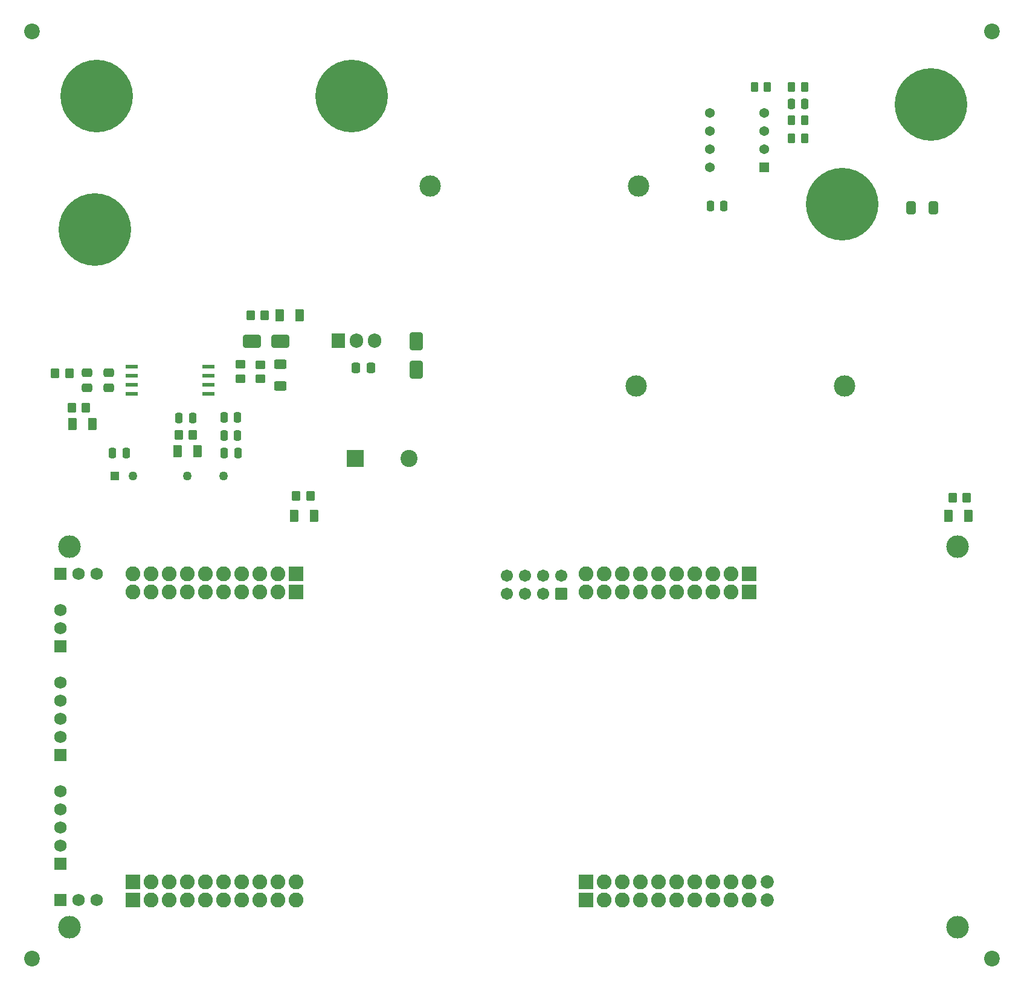
<source format=gbr>
%TF.GenerationSoftware,KiCad,Pcbnew,8.0.8*%
%TF.CreationDate,2025-03-01T14:31:09-05:00*%
%TF.ProjectId,MyFirstBuck,4d794669-7273-4744-9275-636b2e6b6963,rev?*%
%TF.SameCoordinates,Original*%
%TF.FileFunction,Soldermask,Top*%
%TF.FilePolarity,Negative*%
%FSLAX46Y46*%
G04 Gerber Fmt 4.6, Leading zero omitted, Abs format (unit mm)*
G04 Created by KiCad (PCBNEW 8.0.8) date 2025-03-01 14:31:09*
%MOMM*%
%LPD*%
G01*
G04 APERTURE LIST*
G04 Aperture macros list*
%AMRoundRect*
0 Rectangle with rounded corners*
0 $1 Rounding radius*
0 $2 $3 $4 $5 $6 $7 $8 $9 X,Y pos of 4 corners*
0 Add a 4 corners polygon primitive as box body*
4,1,4,$2,$3,$4,$5,$6,$7,$8,$9,$2,$3,0*
0 Add four circle primitives for the rounded corners*
1,1,$1+$1,$2,$3*
1,1,$1+$1,$4,$5*
1,1,$1+$1,$6,$7*
1,1,$1+$1,$8,$9*
0 Add four rect primitives between the rounded corners*
20,1,$1+$1,$2,$3,$4,$5,0*
20,1,$1+$1,$4,$5,$6,$7,0*
20,1,$1+$1,$6,$7,$8,$9,0*
20,1,$1+$1,$8,$9,$2,$3,0*%
G04 Aperture macros list end*
%ADD10C,2.200000*%
%ADD11C,1.854000*%
%ADD12R,1.371600X1.371600*%
%ADD13C,1.371600*%
%ADD14R,1.270000X1.270000*%
%ADD15C,1.270000*%
%ADD16R,1.701800X0.558800*%
%ADD17C,3.004000*%
%ADD18C,10.160000*%
%ADD19RoundRect,0.250000X-0.250000X-0.475000X0.250000X-0.475000X0.250000X0.475000X-0.250000X0.475000X0*%
%ADD20RoundRect,0.250000X-0.262500X-0.450000X0.262500X-0.450000X0.262500X0.450000X-0.262500X0.450000X0*%
%ADD21RoundRect,0.250000X0.350000X0.450000X-0.350000X0.450000X-0.350000X-0.450000X0.350000X-0.450000X0*%
%ADD22RoundRect,0.250000X-0.375000X-0.625000X0.375000X-0.625000X0.375000X0.625000X-0.375000X0.625000X0*%
%ADD23RoundRect,0.250000X0.412500X0.650000X-0.412500X0.650000X-0.412500X-0.650000X0.412500X-0.650000X0*%
%ADD24RoundRect,0.250000X-0.350000X-0.450000X0.350000X-0.450000X0.350000X0.450000X-0.350000X0.450000X0*%
%ADD25RoundRect,0.250000X0.450000X-0.350000X0.450000X0.350000X-0.450000X0.350000X-0.450000X-0.350000X0*%
%ADD26RoundRect,0.250000X-1.000000X-0.650000X1.000000X-0.650000X1.000000X0.650000X-1.000000X0.650000X0*%
%ADD27R,1.905000X2.000000*%
%ADD28O,1.905000X2.000000*%
%ADD29C,3.175000*%
%ADD30RoundRect,0.102000X0.939800X0.939800X-0.939800X0.939800X-0.939800X-0.939800X0.939800X-0.939800X0*%
%ADD31C,2.083600*%
%ADD32RoundRect,0.102000X0.762000X0.762000X-0.762000X0.762000X-0.762000X-0.762000X0.762000X-0.762000X0*%
%ADD33C,1.728000*%
%ADD34RoundRect,0.102000X0.750000X0.750000X-0.750000X0.750000X-0.750000X-0.750000X0.750000X-0.750000X0*%
%ADD35C,1.704000*%
%ADD36RoundRect,0.250000X0.375000X0.625000X-0.375000X0.625000X-0.375000X-0.625000X0.375000X-0.625000X0*%
%ADD37RoundRect,0.250000X0.625000X-0.400000X0.625000X0.400000X-0.625000X0.400000X-0.625000X-0.400000X0*%
%ADD38R,2.400000X2.400000*%
%ADD39C,2.400000*%
%ADD40RoundRect,0.250000X-0.650000X1.000000X-0.650000X-1.000000X0.650000X-1.000000X0.650000X1.000000X0*%
%ADD41RoundRect,0.250000X0.250000X0.475000X-0.250000X0.475000X-0.250000X-0.475000X0.250000X-0.475000X0*%
%ADD42RoundRect,0.250000X-0.337500X-0.475000X0.337500X-0.475000X0.337500X0.475000X-0.337500X0.475000X0*%
%ADD43RoundRect,0.250000X0.262500X0.450000X-0.262500X0.450000X-0.262500X-0.450000X0.262500X-0.450000X0*%
%ADD44RoundRect,0.250000X-0.475000X0.337500X-0.475000X-0.337500X0.475000X-0.337500X0.475000X0.337500X0*%
G04 APERTURE END LIST*
D10*
%TO.C,REF\u002A\u002A*%
X70750000Y-154000000D03*
%TD*%
%TO.C,REF\u002A\u002A*%
X205250000Y-154000000D03*
%TD*%
%TO.C,REF\u002A\u002A*%
X205250000Y-24000000D03*
%TD*%
%TO.C,REF\u002A\u002A*%
X70750000Y-24000000D03*
%TD*%
D11*
%TO.C,REF\u002A\u002A*%
X84890000Y-145750000D03*
X84890000Y-143210000D03*
X87430000Y-145750000D03*
X87430000Y-143210000D03*
X89970000Y-145750000D03*
X89970000Y-143210000D03*
X92510000Y-145750000D03*
X92510000Y-143210000D03*
X95050000Y-145750000D03*
X95050000Y-143210000D03*
X97590000Y-145750000D03*
X97590000Y-143210000D03*
X100130000Y-145750000D03*
X100130000Y-143210000D03*
X102670000Y-145750000D03*
X102670000Y-143210000D03*
X105210000Y-145750000D03*
X105210000Y-143210000D03*
X107750000Y-145750000D03*
X107750000Y-143210000D03*
%TD*%
%TO.C,REF\u002A\u002A*%
X150930000Y-145790000D03*
X150930000Y-143250000D03*
X153470000Y-145790000D03*
X153470000Y-143250000D03*
X156010000Y-145790000D03*
X156010000Y-143250000D03*
X158550000Y-145790000D03*
X158550000Y-143250000D03*
X161090000Y-145790000D03*
X161090000Y-143250000D03*
X163630000Y-145790000D03*
X163630000Y-143250000D03*
X166170000Y-145790000D03*
X166170000Y-143250000D03*
X168710000Y-145790000D03*
X168710000Y-143250000D03*
X171250000Y-145790000D03*
X171250000Y-143250000D03*
X173790000Y-145790000D03*
X173790000Y-143250000D03*
%TD*%
D12*
%TO.C,U5*%
X173310000Y-43060000D03*
D13*
X173310000Y-40520000D03*
X173310000Y-37980000D03*
X173310000Y-35440000D03*
X165690000Y-35440000D03*
X165690000Y-37980000D03*
X165690000Y-40520000D03*
X165690000Y-43060000D03*
%TD*%
D14*
%TO.C,U4*%
X82305000Y-86361000D03*
D15*
X84845000Y-86361000D03*
X92465000Y-86361000D03*
X97545000Y-86361000D03*
%TD*%
D16*
%TO.C,U3*%
X84664200Y-71021000D03*
X84664200Y-72291000D03*
X84664200Y-73561000D03*
X84664200Y-74831000D03*
X95433800Y-74831000D03*
X95433800Y-73561000D03*
X95433800Y-72291000D03*
X95433800Y-71021000D03*
%TD*%
D17*
%TO.C,L2*%
X155395000Y-73750000D03*
X184605000Y-73750000D03*
%TD*%
%TO.C,L1*%
X155750000Y-45750000D03*
X126540000Y-45750000D03*
%TD*%
D18*
%TO.C,J1*%
X79756000Y-33136000D03*
%TD*%
%TO.C,J2*%
X184250000Y-48250000D03*
%TD*%
%TO.C,J3*%
X196665000Y-34256000D03*
%TD*%
%TO.C,J5*%
X115549000Y-33136000D03*
%TD*%
D19*
%TO.C,C1*%
X179037500Y-34189000D03*
X177137500Y-34189000D03*
%TD*%
D20*
%TO.C,R4*%
X171973500Y-31858000D03*
X173798500Y-31858000D03*
%TD*%
D21*
%TO.C,R7*%
X199729000Y-89436000D03*
X201729000Y-89436000D03*
%TD*%
D22*
%TO.C,D3(Red)1*%
X107431000Y-91948000D03*
X110231000Y-91948000D03*
%TD*%
D23*
%TO.C,C5*%
X197062500Y-48750000D03*
X193937500Y-48750000D03*
%TD*%
D20*
%TO.C,R2*%
X179000000Y-39000000D03*
X177175000Y-39000000D03*
%TD*%
D19*
%TO.C,C2*%
X165800000Y-48500000D03*
X167700000Y-48500000D03*
%TD*%
D22*
%TO.C,D5(Blue)1*%
X76393000Y-79110000D03*
X79193000Y-79110000D03*
%TD*%
D24*
%TO.C,R8*%
X76285000Y-76824000D03*
X78285000Y-76824000D03*
%TD*%
D18*
%TO.C,J4*%
X79502000Y-51816000D03*
%TD*%
D25*
%TO.C,R11*%
X99891000Y-72726000D03*
X99891000Y-70726000D03*
%TD*%
D26*
%TO.C,D6*%
X101549000Y-67436000D03*
X105549000Y-67436000D03*
%TD*%
D27*
%TO.C,Q1*%
X113607000Y-67426000D03*
D28*
X116147000Y-67426000D03*
X118687000Y-67426000D03*
%TD*%
D29*
%TO.C,U2*%
X200406000Y-149606000D03*
X200406000Y-96266000D03*
X75946000Y-149606000D03*
X75946000Y-96266000D03*
D30*
X171196000Y-100076000D03*
D31*
X168656000Y-100076000D03*
X166116000Y-100076000D03*
X163576000Y-100076000D03*
X161036000Y-100076000D03*
X158496000Y-100076000D03*
X155956000Y-100076000D03*
X153416000Y-100076000D03*
X150876000Y-100076000D03*
X148336000Y-100076000D03*
D30*
X148336000Y-145796000D03*
D31*
X150876000Y-145796000D03*
X153416000Y-145796000D03*
X155956000Y-145796000D03*
X158496000Y-145796000D03*
X161036000Y-145796000D03*
X163576000Y-145796000D03*
X166116000Y-145796000D03*
X168656000Y-145796000D03*
X171196000Y-145796000D03*
D30*
X171196000Y-102616000D03*
D31*
X168656000Y-102616000D03*
X166116000Y-102616000D03*
X163576000Y-102616000D03*
X161036000Y-102616000D03*
X158496000Y-102616000D03*
X155956000Y-102616000D03*
X153416000Y-102616000D03*
X150876000Y-102616000D03*
X148336000Y-102616000D03*
D30*
X148336000Y-143256000D03*
D31*
X150876000Y-143256000D03*
X153416000Y-143256000D03*
X155956000Y-143256000D03*
X158496000Y-143256000D03*
X161036000Y-143256000D03*
X163576000Y-143256000D03*
X166116000Y-143256000D03*
X168656000Y-143256000D03*
X171196000Y-143256000D03*
D30*
X107696000Y-100076000D03*
D31*
X105156000Y-100076000D03*
X102616000Y-100076000D03*
X100076000Y-100076000D03*
X97536000Y-100076000D03*
X94996000Y-100076000D03*
X92456000Y-100076000D03*
X89916000Y-100076000D03*
X87376000Y-100076000D03*
X84836000Y-100076000D03*
D30*
X84836000Y-145796000D03*
D31*
X87376000Y-145796000D03*
X89916000Y-145796000D03*
X92456000Y-145796000D03*
X94996000Y-145796000D03*
X97536000Y-145796000D03*
X100076000Y-145796000D03*
X102616000Y-145796000D03*
X105156000Y-145796000D03*
X107696000Y-145796000D03*
D30*
X107696000Y-102616000D03*
D31*
X105156000Y-102616000D03*
X102616000Y-102616000D03*
X100076000Y-102616000D03*
X97536000Y-102616000D03*
X94996000Y-102616000D03*
X92456000Y-102616000D03*
X89916000Y-102616000D03*
X87376000Y-102616000D03*
X84836000Y-102616000D03*
D30*
X84836000Y-143256000D03*
D31*
X87376000Y-143256000D03*
X89916000Y-143256000D03*
X92456000Y-143256000D03*
X94996000Y-143256000D03*
X97536000Y-143256000D03*
X100076000Y-143256000D03*
X102616000Y-143256000D03*
X105156000Y-143256000D03*
X107696000Y-143256000D03*
D32*
X74676000Y-145796000D03*
D33*
X77216000Y-145796000D03*
X79756000Y-145796000D03*
D32*
X74676000Y-110236000D03*
D33*
X74676000Y-107696000D03*
X74676000Y-105156000D03*
D32*
X74676000Y-140716000D03*
D33*
X74676000Y-138176000D03*
X74676000Y-135636000D03*
X74676000Y-133096000D03*
X74676000Y-130556000D03*
D32*
X74676000Y-125476000D03*
D33*
X74676000Y-122936000D03*
X74676000Y-120396000D03*
X74676000Y-117856000D03*
X74676000Y-115316000D03*
D32*
X74676000Y-100076000D03*
D33*
X77216000Y-100076000D03*
X79756000Y-100076000D03*
D34*
X144852000Y-102850000D03*
D35*
X144852000Y-100310000D03*
X142312000Y-102850000D03*
X142312000Y-100310000D03*
X139772000Y-102850000D03*
X139772000Y-100310000D03*
X137232000Y-102850000D03*
X137232000Y-100310000D03*
%TD*%
D19*
%TO.C,C10*%
X97621000Y-78174000D03*
X99521000Y-78174000D03*
%TD*%
%TO.C,C6*%
X81989000Y-83174000D03*
X83889000Y-83174000D03*
%TD*%
D22*
%TO.C,D7*%
X105427000Y-63818000D03*
X108227000Y-63818000D03*
%TD*%
D24*
%TO.C,R6*%
X107712000Y-89154000D03*
X109712000Y-89154000D03*
%TD*%
D36*
%TO.C,D4(green)1*%
X199149000Y-91936000D03*
X201949000Y-91936000D03*
%TD*%
D19*
%TO.C,C12*%
X97671000Y-83174000D03*
X99571000Y-83174000D03*
%TD*%
D37*
%TO.C,R12*%
X105479000Y-73776000D03*
X105479000Y-70676000D03*
%TD*%
D36*
%TO.C,D2*%
X93925000Y-82920000D03*
X91125000Y-82920000D03*
%TD*%
D38*
%TO.C,C3*%
X116013000Y-83936000D03*
D39*
X123513000Y-83936000D03*
%TD*%
D19*
%TO.C,C11*%
X97621000Y-80664000D03*
X99521000Y-80664000D03*
%TD*%
D24*
%TO.C,R9*%
X73949000Y-71926000D03*
X75949000Y-71926000D03*
%TD*%
D25*
%TO.C,R10*%
X102685000Y-72744000D03*
X102685000Y-70744000D03*
%TD*%
D21*
%TO.C,R5*%
X93271000Y-80634000D03*
X91271000Y-80634000D03*
%TD*%
D40*
%TO.C,D1*%
X124529000Y-67490000D03*
X124529000Y-71490000D03*
%TD*%
D41*
%TO.C,C7*%
X93200000Y-78250000D03*
X91300000Y-78250000D03*
%TD*%
D42*
%TO.C,C4*%
X116104000Y-71236000D03*
X118179000Y-71236000D03*
%TD*%
D21*
%TO.C,R13*%
X103327000Y-63818000D03*
X101327000Y-63818000D03*
%TD*%
D43*
%TO.C,R1*%
X177175000Y-36500000D03*
X179000000Y-36500000D03*
%TD*%
%TO.C,R3*%
X177146500Y-31858000D03*
X178971500Y-31858000D03*
%TD*%
D44*
%TO.C,C9*%
X78449000Y-71888500D03*
X78449000Y-73963500D03*
%TD*%
%TO.C,C8*%
X81449000Y-71888500D03*
X81449000Y-73963500D03*
%TD*%
M02*

</source>
